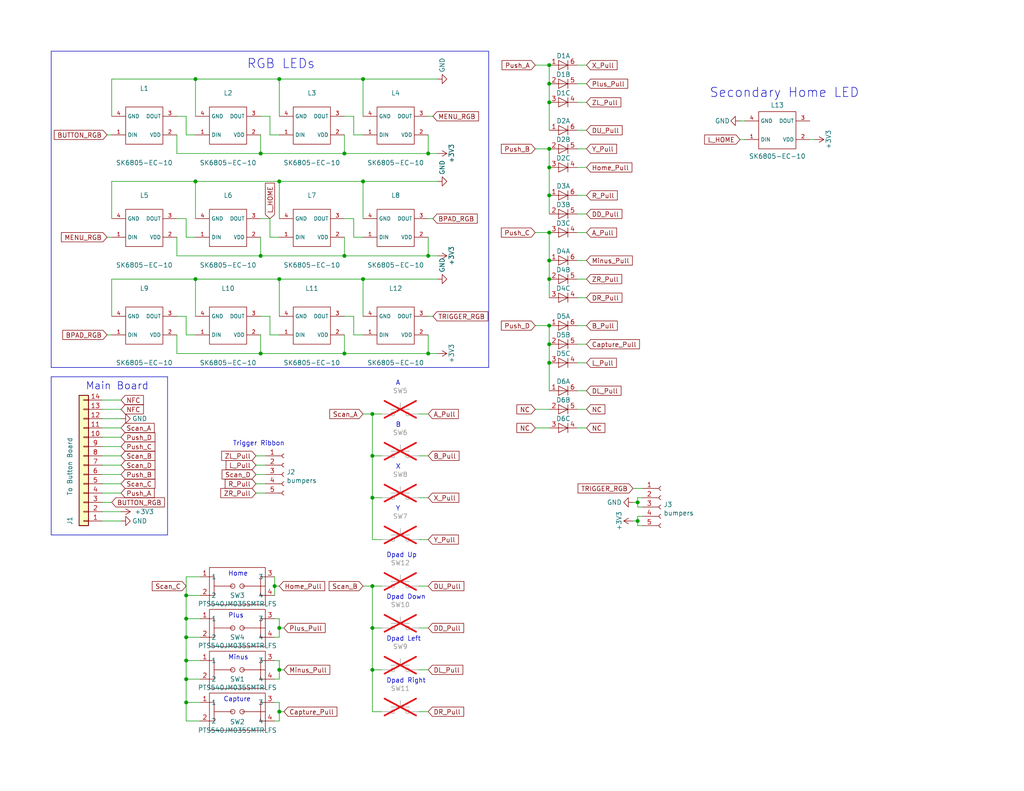
<source format=kicad_sch>
(kicad_sch (version 20231120) (generator "eeschema") (generator_version "8.0")
  (paper "A")
  (title_block (title "ProGCC V3 Button PCB") (date "2024-10-29") (company "Hand Held Legend, LLC") (comment 1 "Designed by Mitch Cairns"))
  (lib_symbols
    (symbol "Connector:Conn_01x05_Female" (pin_names (offset 1.016) hide)
      (property "Reference" "J" (at 0 7.62 0))
      (property "Value" "Conn_01x05_Female" (at 0 -7.62 0))
      (symbol "Conn_01x05_Female_1_1"
        (pin passive line (at -5.08 5.08 0) (length 3.81) (name "Pin_1") (number "1"))
        (pin passive line (at -5.08 2.54 0) (length 3.81) (name "Pin_2") (number "2"))
        (pin passive line (at -5.08 0 0) (length 3.81) (name "Pin_3") (number "3"))
        (pin passive line (at -5.08 -2.54 0) (length 3.81) (name "Pin_4") (number "4"))
        (pin passive line (at -5.08 -5.08 0) (length 3.81) (name "Pin_5") (number "5"))
      )
    )
    (symbol "Connector_Generic:Conn_01x14" (pin_names (offset 1.016) hide)
      (property "Reference" "J" (at 0 17.78 0))
      (property "Value" "Conn_01x14" (at 0 -20.32 0))
      (symbol "Conn_01x14_1_1"
        (pin passive line (at -5.08 15.24 0) (length 3.81) (name "Pin_1") (number "1"))
        (pin passive line (at -5.08 -7.62 0) (length 3.81) (name "Pin_10") (number "10"))
        (pin passive line (at -5.08 -10.16 0) (length 3.81) (name "Pin_11") (number "11"))
        (pin passive line (at -5.08 -12.7 0) (length 3.81) (name "Pin_12") (number "12"))
        (pin passive line (at -5.08 -15.24 0) (length 3.81) (name "Pin_13") (number "13"))
        (pin passive line (at -5.08 -17.78 0) (length 3.81) (name "Pin_14") (number "14"))
        (pin passive line (at -5.08 12.7 0) (length 3.81) (name "Pin_2") (number "2"))
        (pin passive line (at -5.08 10.16 0) (length 3.81) (name "Pin_3") (number "3"))
        (pin passive line (at -5.08 7.62 0) (length 3.81) (name "Pin_4") (number "4"))
        (pin passive line (at -5.08 5.08 0) (length 3.81) (name "Pin_5") (number "5"))
        (pin passive line (at -5.08 2.54 0) (length 3.81) (name "Pin_6") (number "6"))
        (pin passive line (at -5.08 0 0) (length 3.81) (name "Pin_7") (number "7"))
        (pin passive line (at -5.08 -2.54 0) (length 3.81) (name "Pin_8") (number "8"))
        (pin passive line (at -5.08 -5.08 0) (length 3.81) (name "Pin_9") (number "9"))
      )
    )
    (symbol "Switch:SW_Push" (pin_numbers hide) (pin_names (offset 1.016) hide)
      (property "Reference" "SW" (at 1.27 2.54 0))
      (property "Value" "SW_Push" (at 0 -1.524 0))
      (symbol "SW_Push_0_1"
        (pin passive line (at -5.08 0 0) (length 2.54) (name "1") (number "1"))
        (pin passive line (at 5.08 0 180) (length 2.54) (name "2") (number "2"))
      )
    )
    (symbol "hhl:SK6805-EC-10"
      (property "Reference" "L" (at 0 -7.62 0))
      (property "Value" "SK6805-EC-10" (at 0 -10.16 0))
      (symbol "SK6805-EC-10_0_0"
        (pin input line (at -8.89 -2.54 0) (length 3.81) (name "DIN") (number "1"))
        (pin power_in line (at 8.89 -2.54 180) (length 3.81) (name "VDD") (number "2"))
        (pin output line (at 8.89 2.54 180) (length 3.81) (name "DOUT") (number "3"))
        (pin power_in line (at -8.89 2.54 0) (length 3.81) (name "GND") (number "4"))
      )
    )
    (symbol "power:+3V3" (power) (pin_names (offset 0))
      (property "Value" "+3V3" (at 0 3.556 0))
      (symbol "+3V3_1_1"
        (pin power_in line (at 0 0 90) (length 0) hide (name "+3V3") (number "1"))
      )
    )
    (symbol "power:GND" (power) (pin_names (offset 0))
      (property "Value" "GND" (at 0 -3.81 0))
      (symbol "GND_1_1"
        (pin power_in line (at 0 0 270) (length 0) hide (name "GND") (number "1"))
      )
    )
    (symbol "progcc_v3:BAS16VY,115" (pin_names (offset 1.016) hide)
      (property "Reference" "D" (at 0 -2.54 0))
      (symbol "BAS16VY,115_1_1"
        (pin passive line (at -3.81 0 0) (length 2.54) (name "A") (number "1"))
        (pin passive line (at 3.81 0 180) (length 2.54) (name "K") (number "6"))
      )
      (symbol "BAS16VY,115_2_1"
        (pin passive line (at -3.81 0 0) (length 2.54) (name "A") (number "2"))
        (pin passive line (at 3.81 0 180) (length 2.54) (name "K") (number "5"))
      )
      (symbol "BAS16VY,115_3_1"
        (pin passive line (at -3.81 0 0) (length 2.54) (name "A") (number "3"))
        (pin passive line (at 3.81 0 180) (length 2.54) (name "K") (number "4"))
      )
    )
    (symbol "progcc_v3:PTS540JM035SMTRLFS"
      (property "Reference" "U" (at 0 -6.35 0))
      (property "Value" "PTS540JM035SMTRLFS" (at 0 6.35 0))
      (symbol "PTS540JM035SMTRLFS_1_1"
        (pin input line (at -10.16 2.54 0) (length 2.54) (name "1") (number "1"))
        (pin input line (at -10.16 -2.54 0) (length 2.54) (name "2") (number "2"))
        (pin input line (at 10.16 2.54 180) (length 2.54) (name "3") (number "3"))
        (pin input line (at 10.16 -2.54 180) (length 2.54) (name "4") (number "4"))
      )
    )
  )
  (junction (at 116.84 96.52))
  (junction (at 50.8 173.99))
  (junction (at 149.86 53.34))
  (junction (at 76.2 76.2))
  (junction (at 99.06 76.2))
  (junction (at 173.99 137.16))
  (junction (at 93.98 69.85))
  (junction (at 50.8 191.77))
  (junction (at 71.12 41.91))
  (junction (at 116.84 69.85))
  (junction (at 50.8 168.91))
  (junction (at 101.6 135.89))
  (junction (at 50.8 180.34))
  (junction (at 149.86 27.94))
  (junction (at 149.86 22.86))
  (junction (at 173.99 142.24))
  (junction (at 149.86 40.64))
  (junction (at 149.86 63.5))
  (junction (at 76.2 182.88))
  (junction (at 53.34 21.59))
  (junction (at 99.06 21.59))
  (junction (at 50.8 185.42))
  (junction (at 101.6 160.02))
  (junction (at 76.2 171.45))
  (junction (at 53.34 49.53))
  (junction (at 101.6 171.45))
  (junction (at 99.06 49.53))
  (junction (at 50.8 162.56))
  (junction (at 76.2 49.53))
  (junction (at 116.84 41.91))
  (junction (at 93.98 96.52))
  (junction (at 149.86 76.2))
  (junction (at 101.6 124.46))
  (junction (at 101.6 113.03))
  (junction (at 74.93 160.02))
  (junction (at 53.34 76.2))
  (junction (at 93.98 41.91))
  (junction (at 149.86 93.98))
  (junction (at 149.86 17.78))
  (junction (at 149.86 45.72))
  (junction (at 71.12 69.85))
  (junction (at 149.86 71.12))
  (junction (at 101.6 182.88))
  (junction (at 76.2 194.31))
  (junction (at 149.86 99.06))
  (junction (at 76.2 21.59))
  (junction (at 149.86 88.9))
  (junction (at 71.12 96.52))
  (wire (pts (xy 99.06 21.59) (xy 119.38 21.59)))
  (wire (pts (xy 157.48 53.34) (xy 160.02 53.34)))
  (wire (pts (xy 29.21 64.77) (xy 30.48 64.77)))
  (wire (pts (xy 74.93 196.85) (xy 76.2 196.85)))
  (wire (pts (xy 69.85 132.08) (xy 72.39 132.08)))
  (wire (pts (xy 50.8 196.85) (xy 50.8 191.77)))
  (wire (pts (xy 50.8 64.77) (xy 53.34 64.77)))
  (wire (pts (xy 116.84 96.52) (xy 93.98 96.52)))
  (wire (pts (xy 101.6 160.02) (xy 104.14 160.02)))
  (wire (pts (xy 173.99 140.97) (xy 175.26 140.97)))
  (wire (pts (xy 157.48 40.64) (xy 160.02 40.64)))
  (wire (pts (xy 149.86 27.94) (xy 149.86 22.86)))
  (wire (pts (xy 30.48 59.69) (xy 30.48 49.53)))
  (wire (pts (xy 114.3 194.31) (xy 116.84 194.31)))
  (wire (pts (xy 93.98 69.85) (xy 93.98 64.77)))
  (wire (pts (xy 101.6 194.31) (xy 101.6 182.88)))
  (wire (pts (xy 114.3 182.88) (xy 116.84 182.88)))
  (wire (pts (xy 149.86 22.86) (xy 149.86 17.78)))
  (wire (pts (xy 71.12 96.52) (xy 48.26 96.52)))
  (wire (pts (xy 29.21 36.83) (xy 30.48 36.83)))
  (wire (pts (xy 93.98 41.91) (xy 71.12 41.91)))
  (wire (pts (xy 93.98 86.36) (xy 96.52 86.36)))
  (wire (pts (xy 76.2 21.59) (xy 76.2 31.75)))
  (wire (pts (xy 104.14 182.88) (xy 101.6 182.88)))
  (wire (pts (xy 157.48 45.72) (xy 160.02 45.72)))
  (wire (pts (xy 48.26 86.36) (xy 50.8 86.36)))
  (polyline (pts (xy 45.72 102.87) (xy 45.72 146.05)))
  (wire (pts (xy 99.06 113.03) (xy 101.6 113.03)))
  (wire (pts (xy 114.3 135.89) (xy 116.84 135.89)))
  (wire (pts (xy 50.8 31.75) (xy 50.8 36.83)))
  (wire (pts (xy 114.3 171.45) (xy 116.84 171.45)))
  (wire (pts (xy 116.84 59.69) (xy 118.11 59.69)))
  (wire (pts (xy 33.02 129.54) (xy 27.94 129.54)))
  (wire (pts (xy 149.86 63.5) (xy 146.05 63.5)))
  (wire (pts (xy 50.8 86.36) (xy 50.8 91.44)))
  (wire (pts (xy 114.3 113.03) (xy 116.84 113.03)))
  (wire (pts (xy 157.48 63.5) (xy 160.02 63.5)))
  (wire (pts (xy 71.12 86.36) (xy 73.66 86.36)))
  (wire (pts (xy 96.52 59.69) (xy 96.52 64.77)))
  (wire (pts (xy 157.48 76.2) (xy 160.02 76.2)))
  (wire (pts (xy 50.8 59.69) (xy 50.8 64.77)))
  (wire (pts (xy 54.61 185.42) (xy 50.8 185.42)))
  (wire (pts (xy 149.86 76.2) (xy 149.86 71.12)))
  (wire (pts (xy 157.48 27.94) (xy 160.02 27.94)))
  (wire (pts (xy 146.05 111.76) (xy 149.86 111.76)))
  (wire (pts (xy 101.6 113.03) (xy 104.14 113.03)))
  (wire (pts (xy 71.12 69.85) (xy 48.26 69.85)))
  (wire (pts (xy 33.02 119.38) (xy 27.94 119.38)))
  (wire (pts (xy 116.84 86.36) (xy 118.11 86.36)))
  (wire (pts (xy 30.48 137.16) (xy 27.94 137.16)))
  (wire (pts (xy 149.86 35.56) (xy 149.86 27.94)))
  (wire (pts (xy 69.85 129.54) (xy 72.39 129.54)))
  (wire (pts (xy 76.2 196.85) (xy 76.2 194.31)))
  (wire (pts (xy 50.8 173.99) (xy 50.8 168.91)))
  (wire (pts (xy 93.98 59.69) (xy 96.52 59.69)))
  (wire (pts (xy 157.48 106.68) (xy 160.02 106.68)))
  (wire (pts (xy 93.98 41.91) (xy 93.98 36.83)))
  (wire (pts (xy 54.61 173.99) (xy 50.8 173.99)))
  (wire (pts (xy 157.48 22.86) (xy 160.02 22.86)))
  (wire (pts (xy 101.6 124.46) (xy 101.6 113.03)))
  (wire (pts (xy 101.6 182.88) (xy 101.6 171.45)))
  (wire (pts (xy 157.48 71.12) (xy 160.02 71.12)))
  (wire (pts (xy 30.48 86.36) (xy 30.48 76.2)))
  (wire (pts (xy 50.8 168.91) (xy 50.8 162.56)))
  (wire (pts (xy 104.14 171.45) (xy 101.6 171.45)))
  (wire (pts (xy 74.93 185.42) (xy 76.2 185.42)))
  (wire (pts (xy 74.93 160.02) (xy 74.93 157.48)))
  (wire (pts (xy 146.05 88.9) (xy 149.86 88.9)))
  (wire (pts (xy 173.99 142.24) (xy 173.99 143.51)))
  (wire (pts (xy 71.12 69.85) (xy 71.12 64.77)))
  (wire (pts (xy 48.26 69.85) (xy 48.26 64.77)))
  (wire (pts (xy 99.06 76.2) (xy 119.38 76.2)))
  (wire (pts (xy 74.93 191.77) (xy 76.2 191.77)))
  (wire (pts (xy 157.48 81.28) (xy 160.02 81.28)))
  (wire (pts (xy 53.34 49.53) (xy 53.34 59.69)))
  (wire (pts (xy 71.12 31.75) (xy 73.66 31.75)))
  (wire (pts (xy 76.2 182.88) (xy 77.47 182.88)))
  (wire (pts (xy 71.12 41.91) (xy 71.12 36.83)))
  (wire (pts (xy 54.61 168.91) (xy 50.8 168.91)))
  (wire (pts (xy 53.34 76.2) (xy 76.2 76.2)))
  (wire (pts (xy 96.52 36.83) (xy 99.06 36.83)))
  (polyline (pts (xy 13.97 13.97) (xy 13.97 100.33)))
  (wire (pts (xy 30.48 49.53) (xy 53.34 49.53)))
  (wire (pts (xy 73.66 31.75) (xy 73.66 36.83)))
  (wire (pts (xy 50.8 36.83) (xy 53.34 36.83)))
  (polyline (pts (xy 133.35 13.97) (xy 133.35 100.33)))
  (wire (pts (xy 99.06 21.59) (xy 99.06 31.75)))
  (wire (pts (xy 96.52 91.44) (xy 99.06 91.44)))
  (wire (pts (xy 173.99 137.16) (xy 173.99 138.43)))
  (wire (pts (xy 71.12 96.52) (xy 71.12 91.44)))
  (wire (pts (xy 101.6 147.32) (xy 101.6 135.89)))
  (wire (pts (xy 76.2 76.2) (xy 76.2 86.36)))
  (wire (pts (xy 54.61 180.34) (xy 50.8 180.34)))
  (wire (pts (xy 149.86 99.06) (xy 149.86 106.68)))
  (wire (pts (xy 149.86 40.64) (xy 146.05 40.64)))
  (wire (pts (xy 30.48 31.75) (xy 30.48 21.59)))
  (wire (pts (xy 99.06 160.02) (xy 101.6 160.02)))
  (wire (pts (xy 157.48 99.06) (xy 160.02 99.06)))
  (wire (pts (xy 173.99 140.97) (xy 173.99 142.24)))
  (wire (pts (xy 173.99 135.89) (xy 173.99 137.16)))
  (wire (pts (xy 101.6 171.45) (xy 101.6 160.02)))
  (wire (pts (xy 157.48 93.98) (xy 160.02 93.98)))
  (wire (pts (xy 53.34 21.59) (xy 53.34 31.75)))
  (wire (pts (xy 30.48 76.2) (xy 53.34 76.2)))
  (wire (pts (xy 104.14 194.31) (xy 101.6 194.31)))
  (wire (pts (xy 157.48 35.56) (xy 160.02 35.56)))
  (wire (pts (xy 69.85 134.62) (xy 72.39 134.62)))
  (wire (pts (xy 116.84 69.85) (xy 116.84 64.77)))
  (wire (pts (xy 71.12 59.69) (xy 73.66 59.69)))
  (wire (pts (xy 53.34 49.53) (xy 76.2 49.53)))
  (wire (pts (xy 27.94 142.24) (xy 33.02 142.24)))
  (wire (pts (xy 119.38 96.52) (xy 116.84 96.52)))
  (wire (pts (xy 76.2 171.45) (xy 77.47 171.45)))
  (wire (pts (xy 33.02 114.3) (xy 27.94 114.3)))
  (polyline (pts (xy 45.72 146.05) (xy 13.97 146.05)))
  (wire (pts (xy 76.2 173.99) (xy 76.2 171.45)))
  (wire (pts (xy 116.84 96.52) (xy 116.84 91.44)))
  (wire (pts (xy 93.98 96.52) (xy 93.98 91.44)))
  (wire (pts (xy 76.2 191.77) (xy 76.2 194.31)))
  (wire (pts (xy 116.84 41.91) (xy 116.84 36.83)))
  (wire (pts (xy 149.86 53.34) (xy 149.86 45.72)))
  (wire (pts (xy 50.8 157.48) (xy 50.8 162.56)))
  (wire (pts (xy 50.8 91.44) (xy 53.34 91.44)))
  (wire (pts (xy 69.85 127) (xy 72.39 127)))
  (wire (pts (xy 99.06 76.2) (xy 99.06 86.36)))
  (wire (pts (xy 74.93 168.91) (xy 76.2 168.91)))
  (wire (pts (xy 119.38 41.91) (xy 116.84 41.91)))
  (wire (pts (xy 149.86 58.42) (xy 149.86 53.34)))
  (wire (pts (xy 96.52 64.77) (xy 99.06 64.77)))
  (wire (pts (xy 93.98 96.52) (xy 71.12 96.52)))
  (wire (pts (xy 73.66 64.77) (xy 76.2 64.77)))
  (wire (pts (xy 54.61 157.48) (xy 50.8 157.48)))
  (wire (pts (xy 54.61 196.85) (xy 50.8 196.85)))
  (wire (pts (xy 73.66 59.69) (xy 73.66 64.77)))
  (wire (pts (xy 114.3 147.32) (xy 116.84 147.32)))
  (wire (pts (xy 96.52 31.75) (xy 96.52 36.83)))
  (wire (pts (xy 172.72 137.16) (xy 173.99 137.16)))
  (wire (pts (xy 74.93 173.99) (xy 76.2 173.99)))
  (wire (pts (xy 149.86 88.9) (xy 149.86 93.98)))
  (wire (pts (xy 101.6 124.46) (xy 104.14 124.46)))
  (wire (pts (xy 99.06 49.53) (xy 119.38 49.53)))
  (wire (pts (xy 157.48 88.9) (xy 160.02 88.9)))
  (wire (pts (xy 173.99 143.51) (xy 175.26 143.51)))
  (wire (pts (xy 27.94 139.7) (xy 33.02 139.7)))
  (wire (pts (xy 50.8 185.42) (xy 50.8 180.34)))
  (wire (pts (xy 76.2 185.42) (xy 76.2 182.88)))
  (polyline (pts (xy 13.97 13.97) (xy 133.35 13.97)))
  (wire (pts (xy 33.02 127) (xy 27.94 127)))
  (wire (pts (xy 101.6 135.89) (xy 101.6 124.46)))
  (wire (pts (xy 50.8 191.77) (xy 50.8 185.42)))
  (wire (pts (xy 116.84 69.85) (xy 93.98 69.85)))
  (wire (pts (xy 53.34 21.59) (xy 76.2 21.59)))
  (wire (pts (xy 48.26 41.91) (xy 48.26 36.83)))
  (wire (pts (xy 149.86 45.72) (xy 149.86 40.64)))
  (wire (pts (xy 54.61 191.77) (xy 50.8 191.77)))
  (wire (pts (xy 157.48 17.78) (xy 160.02 17.78)))
  (polyline (pts (xy 13.97 102.87) (xy 13.97 146.05)))
  (wire (pts (xy 33.02 132.08) (xy 27.94 132.08)))
  (wire (pts (xy 53.34 76.2) (xy 53.34 86.36)))
  (wire (pts (xy 157.48 111.76) (xy 160.02 111.76)))
  (wire (pts (xy 116.84 41.91) (xy 93.98 41.91)))
  (wire (pts (xy 172.72 133.35) (xy 175.26 133.35)))
  (wire (pts (xy 99.06 49.53) (xy 99.06 59.69)))
  (wire (pts (xy 30.48 21.59) (xy 53.34 21.59)))
  (wire (pts (xy 96.52 86.36) (xy 96.52 91.44)))
  (wire (pts (xy 74.93 160.02) (xy 74.93 162.56)))
  (wire (pts (xy 201.93 38.1) (xy 203.2 38.1)))
  (wire (pts (xy 33.02 109.22) (xy 27.94 109.22)))
  (wire (pts (xy 116.84 31.75) (xy 118.11 31.75)))
  (wire (pts (xy 93.98 69.85) (xy 71.12 69.85)))
  (wire (pts (xy 149.86 93.98) (xy 149.86 99.06)))
  (wire (pts (xy 101.6 135.89) (xy 104.14 135.89)))
  (wire (pts (xy 76.2 194.31) (xy 77.47 194.31)))
  (wire (pts (xy 149.86 17.78) (xy 146.05 17.78)))
  (wire (pts (xy 73.66 91.44) (xy 76.2 91.44)))
  (polyline (pts (xy 133.35 100.33) (xy 13.97 100.33)))
  (wire (pts (xy 146.05 116.84) (xy 149.86 116.84)))
  (wire (pts (xy 54.61 162.56) (xy 50.8 162.56)))
  (wire (pts (xy 50.8 180.34) (xy 50.8 173.99)))
  (wire (pts (xy 48.26 96.52) (xy 48.26 91.44)))
  (wire (pts (xy 157.48 116.84) (xy 160.02 116.84)))
  (wire (pts (xy 73.66 36.83) (xy 76.2 36.83)))
  (wire (pts (xy 149.86 81.28) (xy 149.86 76.2)))
  (wire (pts (xy 33.02 116.84) (xy 27.94 116.84)))
  (wire (pts (xy 29.21 91.44) (xy 30.48 91.44)))
  (wire (pts (xy 48.26 31.75) (xy 50.8 31.75)))
  (wire (pts (xy 157.48 58.42) (xy 160.02 58.42)))
  (wire (pts (xy 173.99 138.43) (xy 175.26 138.43)))
  (wire (pts (xy 74.93 180.34) (xy 76.2 180.34)))
  (wire (pts (xy 114.3 124.46) (xy 116.84 124.46)))
  (wire (pts (xy 48.26 59.69) (xy 50.8 59.69)))
  (wire (pts (xy 69.85 124.46) (xy 72.39 124.46)))
  (polyline (pts (xy 13.97 102.87) (xy 45.72 102.87)))
  (wire (pts (xy 172.72 142.24) (xy 173.99 142.24)))
  (wire (pts (xy 149.86 71.12) (xy 149.86 63.5)))
  (wire (pts (xy 220.98 38.1) (xy 222.25 38.1)))
  (wire (pts (xy 76.2 168.91) (xy 76.2 171.45)))
  (wire (pts (xy 73.66 86.36) (xy 73.66 91.44)))
  (wire (pts (xy 71.12 41.91) (xy 48.26 41.91)))
  (wire (pts (xy 76.2 76.2) (xy 99.06 76.2)))
  (wire (pts (xy 76.2 49.53) (xy 99.06 49.53)))
  (wire (pts (xy 201.93 33.02) (xy 203.2 33.02)))
  (wire (pts (xy 104.14 147.32) (xy 101.6 147.32)))
  (wire (pts (xy 76.2 21.59) (xy 99.06 21.59)))
  (wire (pts (xy 76.2 180.34) (xy 76.2 182.88)))
  (wire (pts (xy 114.3 160.02) (xy 116.84 160.02)))
  (wire (pts (xy 93.98 31.75) (xy 96.52 31.75)))
  (wire (pts (xy 33.02 124.46) (xy 27.94 124.46)))
  (wire (pts (xy 33.02 121.92) (xy 27.94 121.92)))
  (wire (pts (xy 119.38 69.85) (xy 116.84 69.85)))
  (wire (pts (xy 173.99 135.89) (xy 175.26 135.89)))
  (wire (pts (xy 33.02 134.62) (xy 27.94 134.62)))
  (wire (pts (xy 76.2 160.02) (xy 74.93 160.02)))
  (wire (pts (xy 33.02 111.76) (xy 27.94 111.76)))
  (wire (pts (xy 76.2 49.53) (xy 76.2 59.69)))
  (text "Plus" (at 62.23 168.91 0) (effects (font (size 1.27 1.27)) (justify left bottom)))
  (text "Capture" (at 60.96 191.77 0) (effects (font (size 1.27 1.27)) (justify left bottom)))
  (text "X" (at 107.95 128.27 0) (effects (font (size 1.27 1.27)) (justify left bottom)))
  (text "Dpad Right" (at 105.41 186.69 0) (effects (font (size 1.27 1.27)) (justify left bottom)))
  (text "Main Board\n" (at 40.64 106.68 0) (effects (font (size 2.0066 2.0066)) (justify right bottom)))
  (text "Dpad Up" (at 105.41 152.4 0) (effects (font (size 1.27 1.27)) (justify left bottom)))
  (text "B" (at 107.95 116.84 0) (effects (font (size 1.27 1.27)) (justify left bottom)))
  (text "Dpad Down" (at 105.41 163.83 0) (effects (font (size 1.27 1.27)) (justify left bottom)))
  (text "Trigger Ribbon" (at 63.5 121.92 0) (effects (font (size 1.27 1.27)) (justify left bottom)))
  (text "Y" (at 107.95 139.7 0) (effects (font (size 1.27 1.27)) (justify left bottom)))
  (text "Dpad Left" (at 105.41 175.26 0) (effects (font (size 1.27 1.27)) (justify left bottom)))
  (text "Secondary Home LED" (at 193.548 26.924 0) (effects (font (size 2.54 2.54)) (justify left bottom)))
  (text "Home" (at 62.23 157.48 0) (effects (font (size 1.27 1.27)) (justify left bottom)))
  (text "A" (at 107.95 105.41 0) (effects (font (size 1.27 1.27)) (justify left bottom)))
  (text "Minus" (at 62.23 180.34 0) (effects (font (size 1.27 1.27)) (justify left bottom)))
  (text "RGB LEDs" (at 67.31 19.05 0) (effects (font (size 2.54 2.54)) (justify left bottom)))
  (global_label "Scan_A" (shape input) (at 99.06 113.03 180) (property "Intersheetrefs" "${INTERSHEET_REFS}" (effects (hide yes))))
  (global_label "X_Pull" (shape input) (at 116.84 135.89 0) (property "Intersheetrefs" "${INTERSHEET_REFS}" (effects (hide yes))))
  (global_label "B_Pull" (shape input) (at 116.84 124.46 0) (property "Intersheetrefs" "${INTERSHEET_REFS}" (effects (hide yes))))
  (global_label "Y_Pull" (shape input) (at 160.02 40.64 0) (property "Intersheetrefs" "${INTERSHEET_REFS}" (effects (hide yes))))
  (global_label "Plus_Pull" (shape input) (at 160.02 22.86 0) (property "Intersheetrefs" "${INTERSHEET_REFS}" (effects (hide yes))))
  (global_label "Minus_Pull" (shape input) (at 160.02 71.12 0) (property "Intersheetrefs" "${INTERSHEET_REFS}" (effects (hide yes))))
  (global_label "NFC" (shape input) (at 33.02 109.22 0) (property "Intersheetrefs" "${INTERSHEET_REFS}" (effects (hide yes))))
  (global_label "NC" (shape input) (at 160.02 116.84 0) (property "Intersheetrefs" "${INTERSHEET_REFS}" (effects (hide yes))))
  (global_label "Push_D" (shape input) (at 146.05 88.9 180) (property "Intersheetrefs" "${INTERSHEET_REFS}" (effects (hide yes))))
  (global_label "ZR_Pull" (shape input) (at 69.85 134.62 180) (property "Intersheetrefs" "${INTERSHEET_REFS}" (effects (hide yes))))
  (global_label "Scan_D" (shape input) (at 33.02 127 0) (property "Intersheetrefs" "${INTERSHEET_REFS}" (effects (hide yes))))
  (global_label "NFC" (shape input) (at 33.02 111.76 0) (property "Intersheetrefs" "${INTERSHEET_REFS}" (effects (hide yes))))
  (global_label "BPAD_RGB" (shape input) (at 29.21 91.44 180) (property "Intersheetrefs" "${INTERSHEET_REFS}" (effects (hide yes))))
  (global_label "MENU_RGB" (shape input) (at 118.11 31.75 0) (property "Intersheetrefs" "${INTERSHEET_REFS}" (effects (hide yes))))
  (global_label "Home_Pull" (shape input) (at 76.2 160.02 0) (property "Intersheetrefs" "${INTERSHEET_REFS}" (effects (hide yes))))
  (global_label "DD_Pull" (shape input) (at 116.84 171.45 0) (property "Intersheetrefs" "${INTERSHEET_REFS}" (effects (hide yes))))
  (global_label "A_Pull" (shape input) (at 160.02 63.5 0) (property "Intersheetrefs" "${INTERSHEET_REFS}" (effects (hide yes))))
  (global_label "DL_Pull" (shape input) (at 116.84 182.88 0) (property "Intersheetrefs" "${INTERSHEET_REFS}" (effects (hide yes))))
  (global_label "B_Pull" (shape input) (at 160.02 88.9 0) (property "Intersheetrefs" "${INTERSHEET_REFS}" (effects (hide yes))))
  (global_label "R_Pull" (shape input) (at 69.85 132.08 180) (property "Intersheetrefs" "${INTERSHEET_REFS}" (effects (hide yes))))
  (global_label "Home_Pull" (shape input) (at 160.02 45.72 0) (property "Intersheetrefs" "${INTERSHEET_REFS}" (effects (hide yes))))
  (global_label "DU_Pull" (shape input) (at 116.84 160.02 0) (property "Intersheetrefs" "${INTERSHEET_REFS}" (effects (hide yes))))
  (global_label "Push_C" (shape input) (at 146.05 63.5 180) (property "Intersheetrefs" "${INTERSHEET_REFS}" (effects (hide yes))))
  (global_label "Push_B" (shape input) (at 33.02 129.54 0) (property "Intersheetrefs" "${INTERSHEET_REFS}" (effects (hide yes))))
  (global_label "Plus_Pull" (shape input) (at 77.47 171.45 0) (property "Intersheetrefs" "${INTERSHEET_REFS}" (effects (hide yes))))
  (global_label "ZR_Pull" (shape input) (at 160.02 76.2 0) (property "Intersheetrefs" "${INTERSHEET_REFS}" (effects (hide yes))))
  (global_label "L_Pull" (shape input) (at 160.02 99.06 0) (property "Intersheetrefs" "${INTERSHEET_REFS}" (effects (hide yes))))
  (global_label "DD_Pull" (shape input) (at 160.02 58.42 0) (property "Intersheetrefs" "${INTERSHEET_REFS}" (effects (hide yes))))
  (global_label "TRIGGER_RGB" (shape input) (at 118.11 86.36 0) (property "Intersheetrefs" "${INTERSHEET_REFS}" (effects (hide yes))))
  (global_label "DR_Pull" (shape input) (at 116.84 194.31 0) (property "Intersheetrefs" "${INTERSHEET_REFS}" (effects (hide yes))))
  (global_label "Scan_C" (shape input) (at 50.8 160.02 180) (property "Intersheetrefs" "${INTERSHEET_REFS}" (effects (hide yes))))
  (global_label "ZL_Pull" (shape input) (at 69.85 124.46 180) (property "Intersheetrefs" "${INTERSHEET_REFS}" (effects (hide yes))))
  (global_label "Scan_D" (shape input) (at 69.85 129.54 180) (property "Intersheetrefs" "${INTERSHEET_REFS}" (effects (hide yes))))
  (global_label "R_Pull" (shape input) (at 160.02 53.34 0) (property "Intersheetrefs" "${INTERSHEET_REFS}" (effects (hide yes))))
  (global_label "A_Pull" (shape input) (at 116.84 113.03 0) (property "Intersheetrefs" "${INTERSHEET_REFS}" (effects (hide yes))))
  (global_label "NC" (shape input) (at 146.05 116.84 180) (property "Intersheetrefs" "${INTERSHEET_REFS}" (effects (hide yes))))
  (global_label "BUTTON_RGB" (shape input) (at 30.48 137.16 0) (property "Intersheetrefs" "${INTERSHEET_REFS}" (effects (hide yes))))
  (global_label "DU_Pull" (shape input) (at 160.02 35.56 0) (property "Intersheetrefs" "${INTERSHEET_REFS}" (effects (hide yes))))
  (global_label "Capture_Pull" (shape input) (at 160.02 93.98 0) (property "Intersheetrefs" "${INTERSHEET_REFS}" (effects (hide yes))))
  (global_label "TRIGGER_RGB" (shape input) (at 172.72 133.35 180) (property "Intersheetrefs" "${INTERSHEET_REFS}" (effects (hide yes))))
  (global_label "L_HOME" (shape input) (at 201.93 38.1 180) (property "Intersheetrefs" "${INTERSHEET_REFS}" (effects (hide yes))))
  (global_label "ZL_Pull" (shape input) (at 160.02 27.94 0) (property "Intersheetrefs" "${INTERSHEET_REFS}" (effects (hide yes))))
  (global_label "Capture_Pull" (shape input) (at 77.47 194.31 0) (property "Intersheetrefs" "${INTERSHEET_REFS}" (effects (hide yes))))
  (global_label "Minus_Pull" (shape input) (at 77.47 182.88 0) (property "Intersheetrefs" "${INTERSHEET_REFS}" (effects (hide yes))))
  (global_label "L_Pull" (shape input) (at 69.85 127 180) (property "Intersheetrefs" "${INTERSHEET_REFS}" (effects (hide yes))))
  (global_label "Push_A" (shape input) (at 33.02 134.62 0) (property "Intersheetrefs" "${INTERSHEET_REFS}" (effects (hide yes))))
  (global_label "DR_Pull" (shape input) (at 160.02 81.28 0) (property "Intersheetrefs" "${INTERSHEET_REFS}" (effects (hide yes))))
  (global_label "BPAD_RGB" (shape input) (at 118.11 59.69 0) (property "Intersheetrefs" "${INTERSHEET_REFS}" (effects (hide yes))))
  (global_label "Y_Pull" (shape input) (at 116.84 147.32 0) (property "Intersheetrefs" "${INTERSHEET_REFS}" (effects (hide yes))))
  (global_label "Scan_B" (shape input) (at 33.02 124.46 0) (property "Intersheetrefs" "${INTERSHEET_REFS}" (effects (hide yes))))
  (global_label "Scan_C" (shape input) (at 33.02 132.08 0) (property "Intersheetrefs" "${INTERSHEET_REFS}" (effects (hide yes))))
  (global_label "X_Pull" (shape input) (at 160.02 17.78 0) (property "Intersheetrefs" "${INTERSHEET_REFS}" (effects (hide yes))))
  (global_label "Scan_B" (shape input) (at 99.06 160.02 180) (property "Intersheetrefs" "${INTERSHEET_REFS}" (effects (hide yes))))
  (global_label "Push_A" (shape input) (at 146.05 17.78 180) (property "Intersheetrefs" "${INTERSHEET_REFS}" (effects (hide yes))))
  (global_label "Push_D" (shape input) (at 33.02 119.38 0) (property "Intersheetrefs" "${INTERSHEET_REFS}" (effects (hide yes))))
  (global_label "MENU_RGB" (shape input) (at 29.21 64.77 180) (property "Intersheetrefs" "${INTERSHEET_REFS}" (effects (hide yes))))
  (global_label "DL_Pull" (shape input) (at 160.02 106.68 0) (property "Intersheetrefs" "${INTERSHEET_REFS}" (effects (hide yes))))
  (global_label "NC" (shape input) (at 160.02 111.76 0) (property "Intersheetrefs" "${INTERSHEET_REFS}" (effects (hide yes))))
  (global_label "L_HOME" (shape input) (at 73.66 59.69 90) (property "Intersheetrefs" "${INTERSHEET_REFS}" (effects (hide yes))))
  (global_label "NC" (shape input) (at 146.05 111.76 180) (property "Intersheetrefs" "${INTERSHEET_REFS}" (effects (hide yes))))
  (global_label "Push_B" (shape input) (at 146.05 40.64 180) (property "Intersheetrefs" "${INTERSHEET_REFS}" (effects (hide yes))))
  (global_label "BUTTON_RGB" (shape input) (at 29.21 36.83 180) (property "Intersheetrefs" "${INTERSHEET_REFS}" (effects (hide yes))))
  (global_label "Push_C" (shape input) (at 33.02 121.92 0) (property "Intersheetrefs" "${INTERSHEET_REFS}" (effects (hide yes))))
  (global_label "Scan_A" (shape input) (at 33.02 116.84 0) (property "Intersheetrefs" "${INTERSHEET_REFS}" (effects (hide yes))))
  (symbol (lib_id "progcc_v3:PTS540JM035SMTRLFS") (at 64.77 171.45 0) (unit 1)
    (property "Reference" "SW4" (at 64.77 173.99 0))
    (property "Value" "PTS540JM035SMTRLFS" (at 64.77 176.3014 0))
    (property "Footprint" "hhl:PTS540JM035SMTRLFS" (effects (hide yes)))
    (property "Datasheet" "https://www.ckswitches.com/media/1470/pts540.pdf" (effects (hide yes)))
    (property "Description" "3.7mm 0.35mm Round Button 50mA Standing paste 3.7mm SPST 160gf 12V" (effects (hide yes)))
    (property "Digikey" "https://www.digikey.com/product-detail/en/e-switch/TL3315NF100Q/EG4620CT-ND/1870400" (effects (hide yes)))
    (property "MPN" "PTS540JM035SMTRLFS" (effects (hide yes)))
    (property "LCSC" "C221864" (effects (hide yes)))
    (property "Link" "https://www.lcsc.com/product-detail/Tactile-Switches_C-K-PTS540JM035SMTRLFS_C221864.html" (effects (hide yes)))
    (property "Package" "SMD,3.7x3.7mm" (effects (hide yes)))
  )
  (symbol (lib_id "progcc_v3:PTS540JM035SMTRLFS") (at 64.77 194.31 0) (unit 1)
    (property "Reference" "SW2" (at 64.77 197.0786 0))
    (property "Value" "PTS540JM035SMTRLFS" (at 64.77 199.39 0))
    (property "Footprint" "hhl:PTS540JM035SMTRLFS" (effects (hide yes)))
    (property "Datasheet" "https://www.ckswitches.com/media/1470/pts540.pdf" (effects (hide yes)))
    (property "Description" "3.7mm 0.35mm Round Button 50mA Standing paste 3.7mm SPST 160gf 12V" (effects (hide yes)))
    (property "Digikey" "https://www.digikey.com/product-detail/en/e-switch/TL3315NF100Q/EG4620CT-ND/1870400" (effects (hide yes)))
    (property "MPN" "PTS540JM035SMTRLFS" (effects (hide yes)))
    (property "LCSC" "C221864" (effects (hide yes)))
    (property "Link" "https://www.lcsc.com/product-detail/Tactile-Switches_C-K-PTS540JM035SMTRLFS_C221864.html" (effects (hide yes)))
    (property "Package" "SMD,3.7x3.7mm" (effects (hide yes)))
  )
  (symbol (lib_id "hhl:SK6805-EC-10") (at 39.37 88.9 0) (unit 1)
    (property "Reference" "L9" (at 39.37 78.74 0))
    (property "Value" "SK6805-EC-10" (at 39.37 99.06 0))
    (property "Footprint" "hhl:SK6805-EC-10" (effects (hide yes)))
    (property "Datasheet" "https://cdn-shop.adafruit.com/product-files/5849/SK6805-EC10-000_REV.01_EN.pdf" (effects (hide yes)))
    (property "Description" "RGB LED" (effects (hide yes)))
    (property "MPN" "SK6805-EC-10" (effects (hide yes)))
    (property "Package" "SK6805-EC-10" (effects (hide yes)))
  )
  (symbol (lib_id "power:GND") (at 33.02 142.24 90) (unit 1)
    (property "Reference" "#PWR03" (effects (hide yes)))
    (property "Value" "GND" (at 38.1 142.24 90))
  )
  (symbol (lib_id "Connector:Conn_01x05_Female") (at 77.47 129.54 0) (unit 1)
    (property "Reference" "J2" (at 78.1812 128.8796 0) (effects (justify left)))
    (property "Value" "bumpers" (at 78.1812 131.191 0) (effects (justify left)))
    (property "Footprint" "progcc_v3:molex_5034800540" (effects (hide yes)))
    (property "Description" "FFC, FPC (Flat Flexible) Connector Assemblies ROHS 5P" (effects (hide yes)))
    (property "Digikey" "https://www.digikey.com/product-detail/en/molex/5051100592/WM12361TR-ND/5700453" (effects (hide yes)))
    (property "MPN" "5034800540" (effects (hide yes)))
    (property "LCSC" "C5527934" (effects (hide yes)))
    (property "Package" "-" (effects (hide yes)))
  )
  (symbol (lib_id "progcc_v3:BAS16VY,115") (at 153.67 111.76 0) (unit 2)
    (property "Reference" "D6" (at 153.7081 109.22 0))
    (property "Value" "BAS16VY,115" (effects (hide yes)))
    (property "Footprint" "Package_TO_SOT_SMD:SOT-363_SC-70-6" (effects (hide yes)))
    (property "Datasheet" "${KIPRJMOD}/../progcc_v3_libs/docs/BAS16_SER.pdf" (effects (hide yes)))
    (property "Description" "3 Independent 200mA 1.25V@150mA 100V SOT-363 Diodes - General Purpose ROHS " (effects (hide yes)))
    (property "MPN" "BAS16VY,115" (effects (hide yes)))
    (property "LCSC" "C135826" (effects (hide yes)))
    (property "Package" "SOT-363" (effects (hide yes)))
  )
  (symbol (lib_id "progcc_v3:BAS16VY,115") (at 153.67 106.68 0) (unit 1)
    (property "Reference" "D6" (at 153.7081 104.14 0))
    (property "Value" "BAS16VY,115" (effects (hide yes)))
    (property "Footprint" "Package_TO_SOT_SMD:SOT-363_SC-70-6" (effects (hide yes)))
    (property "Datasheet" "${KIPRJMOD}/../progcc_v3_libs/docs/BAS16_SER.pdf" (effects (hide yes)))
    (property "Description" "3 Independent 200mA 1.25V@150mA 100V SOT-363 Diodes - General Purpose ROHS " (effects (hide yes)))
    (property "MPN" "BAS16VY,115" (effects (hide yes)))
    (property "LCSC" "C135826" (effects (hide yes)))
    (property "Package" "SOT-363" (effects (hide yes)))
  )
  (symbol (lib_id "progcc_v3:BAS16VY,115") (at 153.67 27.94 0) (unit 3)
    (property "Reference" "D1" (at 153.7081 25.4 0))
    (property "Value" "BAS16VY,115" (effects (hide yes)))
    (property "Footprint" "Package_TO_SOT_SMD:SOT-363_SC-70-6" (effects (hide yes)))
    (property "Datasheet" "${KIPRJMOD}/../progcc_v3_libs/docs/BAS16_SER.pdf" (effects (hide yes)))
    (property "Description" "3 Independent 200mA 1.25V@150mA 100V SOT-363 Diodes - General Purpose ROHS " (effects (hide yes)))
    (property "MPN" "BAS16VY,115" (effects (hide yes)))
    (property "LCSC" "C135826" (effects (hide yes)))
    (property "Package" "SOT-363" (effects (hide yes)))
  )
  (symbol (lib_id "power:+3V3") (at 119.38 69.85 270) (unit 1)
    (property "Reference" "#PWR08" (effects (hide yes)))
    (property "Value" "+3V3" (at 123.19 69.85 0))
  )
  (symbol (lib_id "progcc_v3:BAS16VY,115") (at 153.67 58.42 0) (unit 2)
    (property "Reference" "D3" (at 153.7081 55.88 0))
    (property "Value" "BAS16VY,115" (effects (hide yes)))
    (property "Footprint" "Package_TO_SOT_SMD:SOT-363_SC-70-6" (effects (hide yes)))
    (property "Datasheet" "${KIPRJMOD}/../progcc_v3_libs/docs/BAS16_SER.pdf" (effects (hide yes)))
    (property "Description" "3 Independent 200mA 1.25V@150mA 100V SOT-363 Diodes - General Purpose ROHS " (effects (hide yes)))
    (property "MPN" "BAS16VY,115" (effects (hide yes)))
    (property "LCSC" "C135826" (effects (hide yes)))
    (property "Package" "SOT-363" (effects (hide yes)))
  )
  (symbol (lib_id "Switch:SW_Push") (at 109.22 124.46 0) (unit 1) (dnp yes)
    (property "Reference" "SW6" (at 109.22 118.11 0))
    (property "Value" "BPAD" (effects (hide yes)))
    (property "Footprint" "hhl:ring_pad" (effects (hide yes)))
  )
  (symbol (lib_id "power:GND") (at 172.72 137.16 270) (unit 1)
    (property "Reference" "#PWR04" (effects (hide yes)))
    (property "Value" "GND" (at 167.64 137.16 90))
  )
  (symbol (lib_id "hhl:SK6805-EC-10") (at 62.23 88.9 0) (unit 1)
    (property "Reference" "L10" (at 62.23 78.74 0))
    (property "Value" "SK6805-EC-10" (at 62.23 99.06 0))
    (property "Footprint" "hhl:SK6805-EC-10" (effects (hide yes)))
    (property "Datasheet" "https://cdn-shop.adafruit.com/product-files/5849/SK6805-EC10-000_REV.01_EN.pdf" (effects (hide yes)))
    (property "Description" "RGB LED" (effects (hide yes)))
    (property "MPN" "SK6805-EC-10" (effects (hide yes)))
    (property "Package" "SK6805-EC-10" (effects (hide yes)))
  )
  (symbol (lib_id "power:GND") (at 201.93 33.02 270) (unit 1)
    (property "Reference" "#PWR012" (effects (hide yes)))
    (property "Value" "GND" (at 197.104 33.02 90))
  )
  (symbol (lib_id "hhl:SK6805-EC-10") (at 62.23 34.29 0) (unit 1)
    (property "Reference" "L2" (at 62.23 25.4 0))
    (property "Value" "SK6805-EC-10" (at 62.23 44.45 0))
    (property "Footprint" "hhl:SK6805-EC-10" (effects (hide yes)))
    (property "Datasheet" "https://cdn-shop.adafruit.com/product-files/5849/SK6805-EC10-000_REV.01_EN.pdf" (effects (hide yes)))
    (property "Description" "RGB LED" (effects (hide yes)))
    (property "MPN" "SK6805-EC-10" (effects (hide yes)))
    (property "Package" "SK6805-EC-10" (effects (hide yes)))
  )
  (symbol (lib_id "Switch:SW_Push") (at 109.22 113.03 0) (unit 1) (dnp yes)
    (property "Reference" "SW5" (at 109.22 106.68 0))
    (property "Value" "BPAD" (effects (hide yes)))
    (property "Footprint" "hhl:ring_pad" (effects (hide yes)))
  )
  (symbol (lib_id "progcc_v3:BAS16VY,115") (at 153.67 35.56 0) (unit 1)
    (property "Reference" "D2" (at 153.7081 33.02 0))
    (property "Value" "BAS16VY,115" (effects (hide yes)))
    (property "Footprint" "Package_TO_SOT_SMD:SOT-363_SC-70-6" (effects (hide yes)))
    (property "Datasheet" "${KIPRJMOD}/../progcc_v3_libs/docs/BAS16_SER.pdf" (effects (hide yes)))
    (property "Description" "3 Independent 200mA 1.25V@150mA 100V SOT-363 Diodes - General Purpose ROHS " (effects (hide yes)))
    (property "MPN" "BAS16VY,115" (effects (hide yes)))
    (property "LCSC" "C135826" (effects (hide yes)))
    (property "Package" "SOT-363" (effects (hide yes)))
  )
  (symbol (lib_id "progcc_v3:BAS16VY,115") (at 153.67 63.5 0) (unit 3)
    (property "Reference" "D3" (at 153.7081 60.96 0))
    (property "Value" "BAS16VY,115" (effects (hide yes)))
    (property "Footprint" "Package_TO_SOT_SMD:SOT-363_SC-70-6" (effects (hide yes)))
    (property "Datasheet" "${KIPRJMOD}/../progcc_v3_libs/docs/BAS16_SER.pdf" (effects (hide yes)))
    (property "Description" "3 Independent 200mA 1.25V@150mA 100V SOT-363 Diodes - General Purpose ROHS " (effects (hide yes)))
    (property "MPN" "BAS16VY,115" (effects (hide yes)))
    (property "LCSC" "C135826" (effects (hide yes)))
    (property "Package" "SOT-363" (effects (hide yes)))
  )
  (symbol (lib_id "progcc_v3:BAS16VY,115") (at 153.67 71.12 0) (unit 1)
    (property "Reference" "D4" (at 153.7081 68.58 0))
    (property "Value" "BAS16VY,115" (effects (hide yes)))
    (property "Footprint" "Package_TO_SOT_SMD:SOT-363_SC-70-6" (effects (hide yes)))
    (property "Datasheet" "${KIPRJMOD}/../progcc_v3_libs/docs/BAS16_SER.pdf" (effects (hide yes)))
    (property "Description" "3 Independent 200mA 1.25V@150mA 100V SOT-363 Diodes - General Purpose ROHS " (effects (hide yes)))
    (property "MPN" "BAS16VY,115" (effects (hide yes)))
    (property "LCSC" "C135826" (effects (hide yes)))
    (property "Package" "SOT-363" (effects (hide yes)))
  )
  (symbol (lib_id "progcc_v3:BAS16VY,115") (at 153.67 81.28 0) (unit 3)
    (property "Reference" "D4" (at 153.7081 78.74 0))
    (property "Value" "BAS16VY,115" (effects (hide yes)))
    (property "Footprint" "Package_TO_SOT_SMD:SOT-363_SC-70-6" (effects (hide yes)))
    (property "Datasheet" "${KIPRJMOD}/../progcc_v3_libs/docs/BAS16_SER.pdf" (effects (hide yes)))
    (property "Description" "3 Independent 200mA 1.25V@150mA 100V SOT-363 Diodes - General Purpose ROHS " (effects (hide yes)))
    (property "MPN" "BAS16VY,115" (effects (hide yes)))
    (property "LCSC" "C135826" (effects (hide yes)))
    (property "Package" "SOT-363" (effects (hide yes)))
  )
  (symbol (lib_id "progcc_v3:BAS16VY,115") (at 153.67 40.64 0) (unit 2)
    (property "Reference" "D2" (at 153.7081 38.1 0))
    (property "Value" "BAS16VY,115" (effects (hide yes)))
    (property "Footprint" "Package_TO_SOT_SMD:SOT-363_SC-70-6" (effects (hide yes)))
    (property "Datasheet" "${KIPRJMOD}/../progcc_v3_libs/docs/BAS16_SER.pdf" (effects (hide yes)))
    (property "Description" "3 Independent 200mA 1.25V@150mA 100V SOT-363 Diodes - General Purpose ROHS " (effects (hide yes)))
    (property "MPN" "BAS16VY,115" (effects (hide yes)))
    (property "LCSC" "C135826" (effects (hide yes)))
    (property "Package" "SOT-363" (effects (hide yes)))
  )
  (symbol (lib_id "power:GND") (at 119.38 49.53 90) (unit 1)
    (property "Reference" "#PWR07" (effects (hide yes)))
    (property "Value" "GND" (at 120.65 45.72 0))
  )
  (symbol (lib_id "hhl:SK6805-EC-10") (at 85.09 88.9 0) (unit 1)
    (property "Reference" "L11" (at 85.09 78.74 0))
    (property "Value" "SK6805-EC-10" (at 85.09 99.06 0))
    (property "Footprint" "hhl:SK6805-EC-10" (effects (hide yes)))
    (property "Datasheet" "https://cdn-shop.adafruit.com/product-files/5849/SK6805-EC10-000_REV.01_EN.pdf" (effects (hide yes)))
    (property "Description" "RGB LED" (effects (hide yes)))
    (property "MPN" "SK6805-EC-10" (effects (hide yes)))
    (property "Package" "SK6805-EC-10" (effects (hide yes)))
  )
  (symbol (lib_id "progcc_v3:BAS16VY,115") (at 153.67 22.86 0) (unit 2)
    (property "Reference" "D1" (at 153.7081 20.32 0))
    (property "Value" "BAS16VY,115" (effects (hide yes)))
    (property "Footprint" "Package_TO_SOT_SMD:SOT-363_SC-70-6" (effects (hide yes)))
    (property "Datasheet" "${KIPRJMOD}/../progcc_v3_libs/docs/BAS16_SER.pdf" (effects (hide yes)))
    (property "Description" "3 Independent 200mA 1.25V@150mA 100V SOT-363 Diodes - General Purpose ROHS " (effects (hide yes)))
    (property "MPN" "BAS16VY,115" (effects (hide yes)))
    (property "LCSC" "C135826" (effects (hide yes)))
    (property "Package" "SOT-363" (effects (hide yes)))
  )
  (symbol (lib_id "power:+3V3") (at 172.72 142.24 90) (unit 1)
    (property "Reference" "#PWR011" (effects (hide yes)))
    (property "Value" "+3V3" (at 168.91 142.24 0))
  )
  (symbol (lib_id "power:GND") (at 119.38 76.2 90) (unit 1)
    (property "Reference" "#PWR09" (effects (hide yes)))
    (property "Value" "GND" (at 120.65 72.39 0))
  )
  (symbol (lib_id "progcc_v3:PTS540JM035SMTRLFS") (at 64.77 182.88 0) (unit 1)
    (property "Reference" "SW1" (at 64.77 185.42 0))
    (property "Value" "PTS540JM035SMTRLFS" (at 64.77 187.7314 0))
    (property "Footprint" "hhl:PTS540JM035SMTRLFS" (effects (hide yes)))
    (property "Datasheet" "https://www.ckswitches.com/media/1470/pts540.pdf" (effects (hide yes)))
    (property "Description" "3.7mm 0.35mm Round Button 50mA Standing paste 3.7mm SPST 160gf 12V" (effects (hide yes)))
    (property "Digikey" "https://www.digikey.com/product-detail/en/e-switch/TL3315NF100Q/EG4620CT-ND/1870400" (effects (hide yes)))
    (property "MPN" "PTS540JM035SMTRLFS" (effects (hide yes)))
    (property "LCSC" "C221864" (effects (hide yes)))
    (property "Link" "https://www.lcsc.com/product-detail/Tactile-Switches_C-K-PTS540JM035SMTRLFS_C221864.html" (effects (hide yes)))
    (property "Package" "SMD,3.7x3.7mm" (effects (hide yes)))
  )
  (symbol (lib_id "progcc_v3:BAS16VY,115") (at 153.67 45.72 0) (unit 3)
    (property "Reference" "D2" (at 153.7081 43.18 0))
    (property "Value" "BAS16VY,115" (effects (hide yes)))
    (property "Footprint" "Package_TO_SOT_SMD:SOT-363_SC-70-6" (effects (hide yes)))
    (property "Datasheet" "${KIPRJMOD}/../progcc_v3_libs/docs/BAS16_SER.pdf" (effects (hide yes)))
    (property "Description" "3 Independent 200mA 1.25V@150mA 100V SOT-363 Diodes - General Purpose ROHS " (effects (hide yes)))
    (property "MPN" "BAS16VY,115" (effects (hide yes)))
    (property "LCSC" "C135826" (effects (hide yes)))
    (property "Package" "SOT-363" (effects (hide yes)))
  )
  (symbol (lib_id "Switch:SW_Push") (at 109.22 160.02 0) (unit 1) (in_bom no) (dnp yes)
    (property "Reference" "SW12" (at 109.22 153.67 0))
    (property "Value" "DPAD" (effects (hide yes)))
    (property "Footprint" "hhl:ring_dpad" (effects (hide yes)))
  )
  (symbol (lib_id "Connector_Generic:Conn_01x14") (at 22.86 127 180) (unit 1)
    (property "Reference" "J1" (at 19.05 140.97 90) (effects (justify left)))
    (property "Value" "To Button Board" (at 19.05 119.38 90) (effects (justify left)))
    (property "Footprint" "progcc_v3:molex_5051101492_14P" (effects (hide yes)))
    (property "Description" "Flip type -40℃~+105℃ 14P Bottom Contact Horizontal attachment 0.5mm" (effects (hide yes)))
    (property "Digikey" "https://www.digikey.com/product-detail/en/molex/5051101492/WM12370CT-ND/5726229" (effects (hide yes)))
    (property "MPN" "5051101492" (effects (hide yes)))
    (property "LCSC" "C3169593" (effects (hide yes)))
    (property "Package" "SMD,P=0.5mm,Surface Mount，Right Angle" (effects (hide yes)))
  )
  (symbol (lib_id "Connector:Conn_01x05_Female") (at 180.34 138.43 0) (unit 1)
    (property "Reference" "J3" (at 181.0512 137.7696 0) (effects (justify left)))
    (property "Value" "bumpers" (at 181.0512 140.081 0) (effects (justify left)))
    (property "Footprint" "progcc_v3:molex_5034800540" (effects (hide yes)))
    (property "Description" "FFC, FPC (Flat Flexible) Connector Assemblies ROHS 5P" (effects (hide yes)))
    (property "Digikey" "https://www.digikey.com/product-detail/en/molex/5051100592/WM12361TR-ND/5700453" (effects (hide yes)))
    (property "MPN" "5034800540" (effects (hide yes)))
    (property "LCSC" "C5527934" (effects (hide yes)))
    (property "Package" "-" (effects (hide yes)))
  )
  (symbol (lib_id "power:+3V3") (at 119.38 96.52 270) (unit 1)
    (property "Reference" "#PWR010" (effects (hide yes)))
    (property "Value" "+3V3" (at 123.19 96.52 0))
  )
  (symbol (lib_id "hhl:SK6805-EC-10") (at 85.09 62.23 0) (unit 1)
    (property "Reference" "L7" (at 85.09 53.34 0))
    (property "Value" "SK6805-EC-10" (at 85.09 72.39 0))
    (property "Footprint" "hhl:SK6805-EC-10" (effects (hide yes)))
    (property "Datasheet" "https://cdn-shop.adafruit.com/product-files/5849/SK6805-EC10-000_REV.01_EN.pdf" (effects (hide yes)))
    (property "Description" "RGB LED" (effects (hide yes)))
    (property "MPN" "SK6805-EC-10" (effects (hide yes)))
    (property "Package" "SK6805-EC-10" (effects (hide yes)))
  )
  (symbol (lib_id "hhl:SK6805-EC-10") (at 107.95 62.23 0) (unit 1)
    (property "Reference" "L8" (at 107.95 53.34 0))
    (property "Value" "SK6805-EC-10" (at 107.95 72.39 0))
    (property "Footprint" "hhl:SK6805-EC-10" (effects (hide yes)))
    (property "Datasheet" "https://cdn-shop.adafruit.com/product-files/5849/SK6805-EC10-000_REV.01_EN.pdf" (effects (hide yes)))
    (property "Description" "RGB LED" (effects (hide yes)))
    (property "MPN" "SK6805-EC-10" (effects (hide yes)))
    (property "Package" "SK6805-EC-10" (effects (hide yes)))
  )
  (symbol (lib_id "hhl:SK6805-EC-10") (at 62.23 62.23 0) (unit 1)
    (property "Reference" "L6" (at 62.23 53.34 0))
    (property "Value" "SK6805-EC-10" (at 62.23 72.39 0))
    (property "Footprint" "hhl:SK6805-EC-10" (effects (hide yes)))
    (property "Datasheet" "https://cdn-shop.adafruit.com/product-files/5849/SK6805-EC10-000_REV.01_EN.pdf" (effects (hide yes)))
    (property "Description" "RGB LED" (effects (hide yes)))
    (property "MPN" "SK6805-EC-10" (effects (hide yes)))
    (property "Package" "SK6805-EC-10" (effects (hide yes)))
  )
  (symbol (lib_id "Switch:SW_Push") (at 109.22 171.45 0) (unit 1) (in_bom no) (dnp yes)
    (property "Reference" "SW10" (at 109.22 165.1 0))
    (property "Value" "DPAD" (effects (hide yes)))
    (property "Footprint" "hhl:ring_dpad" (effects (hide yes)))
  )
  (symbol (lib_id "power:GND") (at 33.02 114.3 90) (unit 1)
    (property "Reference" "#PWR01" (effects (hide yes)))
    (property "Value" "GND" (at 38.1 114.3 90))
  )
  (symbol (lib_id "progcc_v3:BAS16VY,115") (at 153.67 93.98 0) (unit 2)
    (property "Reference" "D5" (at 153.7081 91.44 0))
    (property "Value" "BAS16VY,115" (effects (hide yes)))
    (property "Footprint" "Package_TO_SOT_SMD:SOT-363_SC-70-6" (effects (hide yes)))
    (property "Datasheet" "${KIPRJMOD}/../progcc_v3_libs/docs/BAS16_SER.pdf" (effects (hide yes)))
    (property "Description" "3 Independent 200mA 1.25V@150mA 100V SOT-363 Diodes - General Purpose ROHS " (effects (hide yes)))
    (property "MPN" "BAS16VY,115" (effects (hide yes)))
    (property "LCSC" "C135826" (effects (hide yes)))
    (property "Package" "SOT-363" (effects (hide yes)))
  )
  (symbol (lib_id "progcc_v3:BAS16VY,115") (at 153.67 116.84 0) (unit 3)
    (property "Reference" "D6" (at 153.7081 114.3 0))
    (property "Value" "BAS16VY,115" (effects (hide yes)))
    (property "Footprint" "Package_TO_SOT_SMD:SOT-363_SC-70-6" (effects (hide yes)))
    (property "Datasheet" "${KIPRJMOD}/../progcc_v3_libs/docs/BAS16_SER.pdf" (effects (hide yes)))
    (property "Description" "3 Independent 200mA 1.25V@150mA 100V SOT-363 Diodes - General Purpose ROHS " (effects (hide yes)))
    (property "MPN" "BAS16VY,115" (effects (hide yes)))
    (property "LCSC" "C135826" (effects (hide yes)))
    (property "Package" "SOT-363" (effects (hide yes)))
  )
  (symbol (lib_id "Switch:SW_Push") (at 109.22 182.88 0) (unit 1) (in_bom no) (dnp yes)
    (property "Reference" "SW9" (at 109.22 176.53 0))
    (property "Value" "DPAD" (effects (hide yes)))
    (property "Footprint" "hhl:ring_dpad" (effects (hide yes)))
  )
  (symbol (lib_id "progcc_v3:BAS16VY,115") (at 153.67 88.9 0) (unit 1)
    (property "Reference" "D5" (at 153.7081 86.36 0))
    (property "Value" "BAS16VY,115" (effects (hide yes)))
    (property "Footprint" "Package_TO_SOT_SMD:SOT-363_SC-70-6" (effects (hide yes)))
    (property "Datasheet" "${KIPRJMOD}/../progcc_v3_libs/docs/BAS16_SER.pdf" (effects (hide yes)))
    (property "Description" "3 Independent 200mA 1.25V@150mA 100V SOT-363 Diodes - General Purpose ROHS " (effects (hide yes)))
    (property "MPN" "BAS16VY,115" (effects (hide yes)))
    (property "LCSC" "C135826" (effects (hide yes)))
    (property "Package" "SOT-363" (effects (hide yes)))
  )
  (symbol (lib_id "progcc_v3:BAS16VY,115") (at 153.67 53.34 0) (unit 1)
    (property "Reference" "D3" (at 153.7081 50.8 0))
    (property "Value" "BAS16VY,115" (effects (hide yes)))
    (property "Footprint" "Package_TO_SOT_SMD:SOT-363_SC-70-6" (effects (hide yes)))
    (property "Datasheet" "${KIPRJMOD}/../progcc_v3_libs/docs/BAS16_SER.pdf" (effects (hide yes)))
    (property "Description" "3 Independent 200mA 1.25V@150mA 100V SOT-363 Diodes - General Purpose ROHS " (effects (hide yes)))
    (property "MPN" "BAS16VY,115" (effects (hide yes)))
    (property "LCSC" "C135826" (effects (hide yes)))
    (property "Package" "SOT-363" (effects (hide yes)))
  )
  (symbol (lib_id "power:+3V3") (at 119.38 41.91 270) (unit 1)
    (property "Reference" "#PWR06" (effects (hide yes)))
    (property "Value" "+3V3" (at 123.19 41.91 0))
  )
  (symbol (lib_id "progcc_v3:BAS16VY,115") (at 153.67 76.2 0) (unit 2)
    (property "Reference" "D4" (at 153.7081 73.66 0))
    (property "Value" "BAS16VY,115" (effects (hide yes)))
    (property "Footprint" "Package_TO_SOT_SMD:SOT-363_SC-70-6" (effects (hide yes)))
    (property "Datasheet" "${KIPRJMOD}/../progcc_v3_libs/docs/BAS16_SER.pdf" (effects (hide yes)))
    (property "Description" "3 Independent 200mA 1.25V@150mA 100V SOT-363 Diodes - General Purpose ROHS " (effects (hide yes)))
    (property "MPN" "BAS16VY,115" (effects (hide yes)))
    (property "LCSC" "C135826" (effects (hide yes)))
    (property "Package" "SOT-363" (effects (hide yes)))
  )
  (symbol (lib_id "hhl:SK6805-EC-10") (at 39.37 62.23 0) (unit 1)
    (property "Reference" "L5" (at 39.37 53.34 0))
    (property "Value" "SK6805-EC-10" (at 39.37 72.39 0))
    (property "Footprint" "hhl:SK6805-EC-10" (effects (hide yes)))
    (property "Datasheet" "https://cdn-shop.adafruit.com/product-files/5849/SK6805-EC10-000_REV.01_EN.pdf" (effects (hide yes)))
    (property "Description" "RGB LED" (effects (hide yes)))
    (property "MPN" "SK6805-EC-10" (effects (hide yes)))
    (property "Package" "SK6805-EC-10" (effects (hide yes)))
  )
  (symbol (lib_id "hhl:SK6805-EC-10") (at 39.37 34.29 0) (unit 1)
    (property "Reference" "L1" (at 39.37 24.13 0))
    (property "Value" "SK6805-EC-10" (at 39.37 44.45 0))
    (property "Footprint" "hhl:SK6805-EC-10" (effects (hide yes)))
    (property "Datasheet" "https://cdn-shop.adafruit.com/product-files/5849/SK6805-EC10-000_REV.01_EN.pdf" (effects (hide yes)))
    (property "Description" "RGB LED" (effects (hide yes)))
    (property "MPN" "SK6805-EC-10" (effects (hide yes)))
    (property "Package" "SK6805-EC-10" (effects (hide yes)))
  )
  (symbol (lib_id "Switch:SW_Push") (at 109.22 135.89 0) (unit 1) (dnp yes)
    (property "Reference" "SW8" (at 109.22 129.54 0))
    (property "Value" "BPAD" (effects (hide yes)))
    (property "Footprint" "hhl:ring_pad" (effects (hide yes)))
  )
  (symbol (lib_id "power:+3V3") (at 33.02 139.7 270) (unit 1)
    (property "Reference" "#PWR02" (effects (hide yes)))
    (property "Value" "+3V3" (at 39.37 139.7 90))
  )
  (symbol (lib_id "Switch:SW_Push") (at 109.22 147.32 0) (unit 1) (dnp yes)
    (property "Reference" "SW7" (at 109.22 140.97 0))
    (property "Value" "BPAD" (effects (hide yes)))
    (property "Footprint" "hhl:ring_pad" (effects (hide yes)))
  )
  (symbol (lib_id "power:+3V3") (at 222.25 38.1 270) (unit 1)
    (property "Reference" "#PWR013" (effects (hide yes)))
    (property "Value" "+3V3" (at 226.06 38.1 0))
  )
  (symbol (lib_id "Switch:SW_Push") (at 109.22 194.31 0) (unit 1) (in_bom no) (dnp yes)
    (property "Reference" "SW11" (at 109.22 187.96 0))
    (property "Value" "DPAD" (effects (hide yes)))
    (property "Footprint" "hhl:ring_dpad" (effects (hide yes)))
  )
  (symbol (lib_id "hhl:SK6805-EC-10") (at 212.09 35.56 0) (unit 1)
    (property "Reference" "L13" (at 212.09 28.702 0))
    (property "Value" "SK6805-EC-10" (at 212.09 42.672 0))
    (property "Footprint" "hhl:SK6805-EC-10" (effects (hide yes)))
    (property "Datasheet" "https://cdn-shop.adafruit.com/product-files/5849/SK6805-EC10-000_REV.01_EN.pdf" (effects (hide yes)))
    (property "Description" "RGB LED" (effects (hide yes)))
    (property "MPN" "SK6805-EC-10" (effects (hide yes)))
    (property "Package" "SK6805-EC-10" (effects (hide yes)))
  )
  (symbol (lib_id "power:GND") (at 119.38 21.59 90) (unit 1)
    (property "Reference" "#PWR05" (effects (hide yes)))
    (property "Value" "GND" (at 120.65 17.78 0))
  )
  (symbol (lib_id "hhl:SK6805-EC-10") (at 85.09 34.29 0) (unit 1)
    (property "Reference" "L3" (at 85.09 25.4 0))
    (property "Value" "SK6805-EC-10" (at 85.09 44.45 0))
    (property "Footprint" "hhl:SK6805-EC-10" (effects (hide yes)))
    (property "Datasheet" "https://cdn-shop.adafruit.com/product-files/5849/SK6805-EC10-000_REV.01_EN.pdf" (effects (hide yes)))
    (property "Description" "RGB LED" (effects (hide yes)))
    (property "MPN" "SK6805-EC-10" (effects (hide yes)))
    (property "Package" "SK6805-EC-10" (effects (hide yes)))
  )
  (symbol (lib_id "hhl:SK6805-EC-10") (at 107.95 88.9 0) (unit 1)
    (property "Reference" "L12" (at 107.95 78.74 0))
    (property "Value" "SK6805-EC-10" (at 107.95 99.06 0))
    (property "Footprint" "hhl:SK6805-EC-10" (effects (hide yes)))
    (property "Datasheet" "https://cdn-shop.adafruit.com/product-files/5849/SK6805-EC10-000_REV.01_EN.pdf" (effects (hide yes)))
    (property "Description" "RGB LED" (effects (hide yes)))
    (property "MPN" "SK6805-EC-10" (effects (hide yes)))
    (property "Package" "SK6805-EC-10" (effects (hide yes)))
  )
  (symbol (lib_id "progcc_v3:BAS16VY,115") (at 153.67 17.78 0) (unit 1)
    (property "Reference" "D1" (at 153.7081 15.24 0))
    (property "Value" "BAS16VY,115" (effects (hide yes)))
    (property "Footprint" "Package_TO_SOT_SMD:SOT-363_SC-70-6" (effects (hide yes)))
    (property "Datasheet" "${KIPRJMOD}/../progcc_v3_libs/docs/BAS16_SER.pdf" (effects (hide yes)))
    (property "Description" "3 Independent 200mA 1.25V@150mA 100V SOT-363 Diodes - General Purpose ROHS " (effects (hide yes)))
    (property "MPN" "BAS16VY,115" (effects (hide yes)))
    (property "LCSC" "C135826" (effects (hide yes)))
    (property "Package" "SOT-363" (effects (hide yes)))
  )
  (symbol (lib_id "progcc_v3:BAS16VY,115") (at 153.67 99.06 0) (unit 3)
    (property "Reference" "D5" (at 153.7081 96.52 0))
    (property "Value" "BAS16VY,115" (effects (hide yes)))
    (property "Footprint" "Package_TO_SOT_SMD:SOT-363_SC-70-6" (effects (hide yes)))
    (property "Datasheet" "${KIPRJMOD}/../progcc_v3_libs/docs/BAS16_SER.pdf" (effects (hide yes)))
    (property "Description" "3 Independent 200mA 1.25V@150mA 100V SOT-363 Diodes - General Purpose ROHS " (effects (hide yes)))
    (property "MPN" "BAS16VY,115" (effects (hide yes)))
    (property "LCSC" "C135826" (effects (hide yes)))
    (property "Package" "SOT-363" (effects (hide yes)))
  )
  (symbol (lib_id "hhl:SK6805-EC-10") (at 107.95 34.29 0) (unit 1)
    (property "Reference" "L4" (at 107.95 25.4 0))
    (property "Value" "SK6805-EC-10" (at 107.95 44.45 0))
    (property "Footprint" "hhl:SK6805-EC-10" (effects (hide yes)))
    (property "Datasheet" "https://cdn-shop.adafruit.com/product-files/5849/SK6805-EC10-000_REV.01_EN.pdf" (effects (hide yes)))
    (property "Description" "RGB LED" (effects (hide yes)))
    (property "MPN" "SK6805-EC-10" (effects (hide yes)))
    (property "Package" "SK6805-EC-10" (effects (hide yes)))
  )
  (symbol (lib_id "progcc_v3:PTS540JM035SMTRLFS") (at 64.77 160.02 0) (unit 1)
    (property "Reference" "SW3" (at 64.77 162.56 0))
    (property "Value" "PTS540JM035SMTRLFS" (at 64.77 164.8714 0))
    (property "Footprint" "hhl:PTS540JM035SMTRLFS" (effects (hide yes)))
    (property "Datasheet" "https://www.ckswitches.com/media/1470/pts540.pdf" (effects (hide yes)))
    (property "Description" "3.7mm 0.35mm Round Button 50mA Standing paste 3.7mm SPST 160gf 12V" (effects (hide yes)))
    (property "Digikey" "https://www.digikey.com/product-detail/en/e-switch/TL3315NF100Q/EG4620CT-ND/1870400" (effects (hide yes)))
    (property "MPN" "PTS540JM035SMTRLFS" (effects (hide yes)))
    (property "LCSC" "C221864" (effects (hide yes)))
    (property "Link" "https://www.lcsc.com/product-detail/Tactile-Switches_C-K-PTS540JM035SMTRLFS_C221864.html" (effects (hide yes)))
    (property "Package" "SMD,3.7x3.7mm" (effects (hide yes)))
  )
)
</source>
